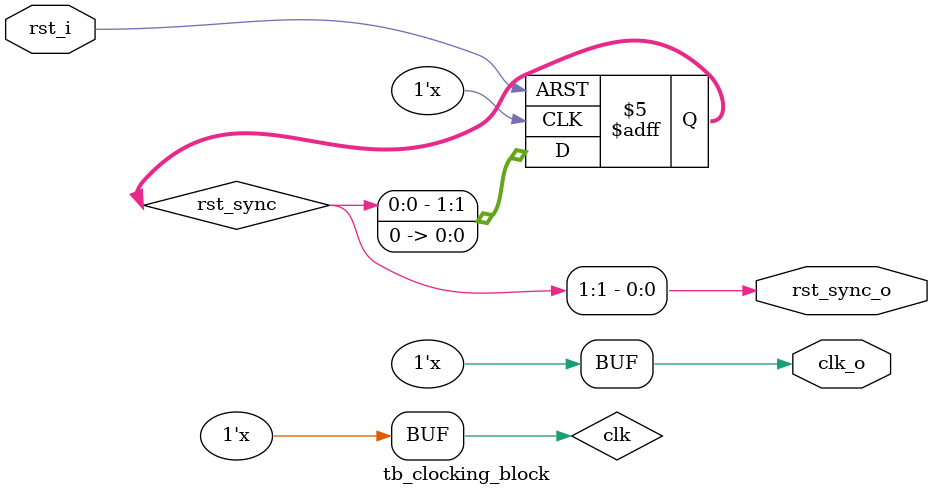
<source format=sv>
/*
 * Basic clocking block for driving testbench clocking
 */

// Clocking frequency 200Mhz = 5ns(p)
//

`define CLK_FREQ_HZ 5

module tb_clocking_block #(
  // parameter CLK_FREQ_HZ = 5ns //200 MHz
 ) (
  input rst_i,
  output clk_o,
  output rst_sync_o
);

  logic clk;
  logic [1:0] rst_sync;

  initial begin
    clk = 1'b0;
  end

  always begin
    #`CLK_FREQ_HZ clk = ~clk;
  end

  always_ff @(posedge clk or posedge rst_i) begin
    if(rst_i) begin
      rst_sync <= 2'b11;
    end else begin
      rst_sync <= {rst_sync[0], 1'b0};
    end
  end

  assign clk_o = clk;
  assign rst_sync_o = rst_sync[1];

endmodule

</source>
